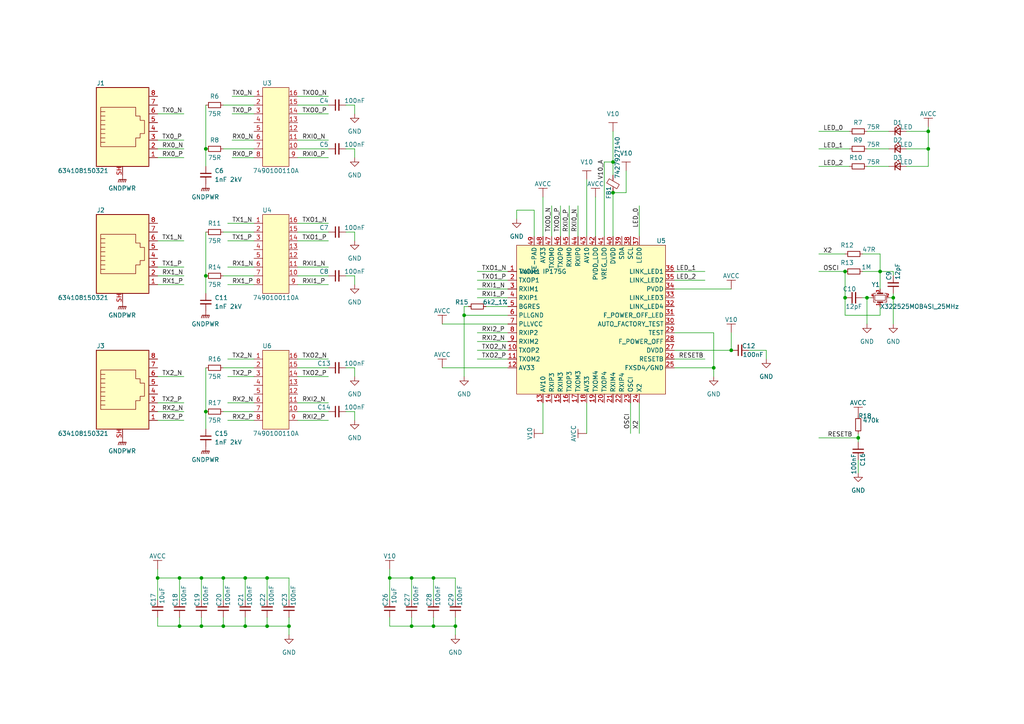
<source format=kicad_sch>
(kicad_sch (version 20230121) (generator eeschema)
  (paper "A4")
  (lib_symbols
    (symbol "CONNECTORS:AVCC" (power) (in_bom no) (on_board no)
      (property "Reference" "#AVCC" (at -1.27 1.27 0))
      (property "Value" "AVCC" (at 0 0 0))
      (symbol "AVCC_0_1"
        (polyline (pts (xy -1.27 0) (xy 1.27 0)))
        (polyline (pts (xy 0 -2.54) (xy 0 0)))
      )
      (symbol "AVCC_1_1"
        (pin power_in line (at 0 -2.54 90) (length 0) hide (name "AVCC") (number "1"))
      )
    )
    (symbol "CONNECTORS:V10" (power) (in_bom no) (on_board no)
      (property "Reference" "#V10" (at -1.27 1.27 0))
      (property "Value" "V10" (at 0 0 0))
      (symbol "V10_0_1"
        (polyline (pts (xy -1.27 0) (xy 1.27 0)))
        (polyline (pts (xy 0 -2.54) (xy 0 0)))
      )
      (symbol "V10_1_1"
        (pin power_in line (at 0 -2.54 90) (length 0) hide (name "V10") (number "1"))
      )
    )
    (symbol "CONNECTORS:V10_A" (power) (in_bom no) (on_board no)
      (property "Value" "V10_A" (at 0 1.27 0))
      (symbol "V10_A_0_1"
        (polyline (pts (xy -1.27 0) (xy 1.27 0)))
        (polyline (pts (xy 0 -2.54) (xy 0 0)))
      )
      (symbol "V10_A_1_1"
        (pin power_in line (at 0 -2.54 90) (length 0) hide (name "V10") (number "1"))
      )
    )
    (symbol "Connector:RJ45_Shielded" (pin_names (offset 1.016))
      (property "Reference" "J" (at -5.08 13.97 0))
      (property "Value" "RJ45_Shielded" (at 2.54 13.97 0))
      (symbol "RJ45_Shielded_0_1"
        (polyline (pts (xy -5.08 4.445) (xy -6.35 4.445)))
        (polyline (pts (xy -5.08 5.715) (xy -6.35 5.715)))
        (polyline (pts (xy -6.35 -3.175) (xy -5.08 -3.175) (xy -5.08 -3.175)))
        (polyline (pts (xy -6.35 -1.905) (xy -5.08 -1.905) (xy -5.08 -1.905)))
        (polyline (pts (xy -6.35 -0.635) (xy -5.08 -0.635) (xy -5.08 -0.635)))
        (polyline (pts (xy -6.35 0.635) (xy -5.08 0.635) (xy -5.08 0.635)))
        (polyline (pts (xy -6.35 1.905) (xy -5.08 1.905) (xy -5.08 1.905)))
        (polyline (pts (xy -5.08 3.175) (xy -6.35 3.175) (xy -6.35 3.175)))
        (polyline (pts (xy -6.35 -4.445) (xy -6.35 6.985) (xy 3.81 6.985) (xy 3.81 4.445) (xy 5.08 4.445) (xy 5.08 3.175) (xy 6.35 3.175) (xy 6.35 -0.635) (xy 5.08 -0.635) (xy 5.08 -1.905) (xy 3.81 -1.905) (xy 3.81 -4.445) (xy -6.35 -4.445) (xy -6.35 -4.445)))
        (rectangle (start 7.62 12.7) (end -7.62 -10.16) (stroke (width 0.254)) (fill (type background)))
      )
      (symbol "RJ45_Shielded_1_1"
        (pin passive line (at 10.16 -7.62 180) (length 2.54) (name "~") (number "1"))
        (pin passive line (at 10.16 -5.08 180) (length 2.54) (name "~") (number "2"))
        (pin passive line (at 10.16 -2.54 180) (length 2.54) (name "~") (number "3"))
        (pin passive line (at 10.16 0 180) (length 2.54) (name "~") (number "4"))
        (pin passive line (at 10.16 2.54 180) (length 2.54) (name "~") (number "5"))
        (pin passive line (at 10.16 5.08 180) (length 2.54) (name "~") (number "6"))
        (pin passive line (at 10.16 7.62 180) (length 2.54) (name "~") (number "7"))
        (pin passive line (at 10.16 10.16 180) (length 2.54) (name "~") (number "8"))
        (pin passive line (at 0 -12.7 90) (length 2.54) (name "~") (number "SH"))
      )
    )
    (symbol "Device:C_Small" (pin_numbers hide) (pin_names (offset 0.254) hide)
      (property "Reference" "C" (at 0.254 1.778 0))
      (property "Value" "C_Small" (at 0.254 -2.032 0))
      (symbol "C_Small_0_1"
        (polyline (pts (xy -1.524 -0.508) (xy 1.524 -0.508)) (stroke (width 0.3302)))
        (polyline (pts (xy -1.524 0.508) (xy 1.524 0.508)) (stroke (width 0.3048)))
      )
      (symbol "C_Small_1_1"
        (pin passive line (at 0 2.54 270) (length 2.032) (name "~") (number "1"))
        (pin passive line (at 0 -2.54 90) (length 2.032) (name "~") (number "2"))
      )
    )
    (symbol "Device:Crystal_GND24_Small" (pin_names (offset 1.016) hide)
      (property "Reference" "Y" (at 1.27 4.445 0))
      (property "Value" "Crystal_GND24_Small" (at 1.27 2.54 0))
      (symbol "Crystal_GND24_Small_0_1"
        (rectangle (start -0.762 -1.524) (end 0.762 1.524))
        (polyline (pts (xy -1.27 -0.762) (xy -1.27 0.762)) (stroke (width 0.381)))
        (polyline (pts (xy 1.27 -0.762) (xy 1.27 0.762)) (stroke (width 0.381)))
        (polyline (pts (xy -1.27 -1.27) (xy -1.27 -1.905) (xy 1.27 -1.905) (xy 1.27 -1.27)))
        (polyline (pts (xy -1.27 1.27) (xy -1.27 1.905) (xy 1.27 1.905) (xy 1.27 1.27)))
      )
      (symbol "Crystal_GND24_Small_1_1"
        (pin passive line (at -2.54 0 0) (length 1.27) (name "1") (number "1"))
        (pin passive line (at 0 -2.54 90) (length 0.635) (name "2") (number "2"))
        (pin passive line (at 2.54 0 180) (length 1.27) (name "3") (number "3"))
        (pin passive line (at 0 2.54 270) (length 0.635) (name "4") (number "4"))
      )
    )
    (symbol "Device:FerriteBead_Small" (pin_numbers hide) (pin_names (offset 0))
      (property "Reference" "FB" (at 1.905 1.27 0))
      (property "Value" "FerriteBead_Small" (at 1.905 -1.27 0))
      (symbol "FerriteBead_Small_0_1"
        (polyline (pts (xy 0 -1.27) (xy 0 -0.7874)))
        (polyline (pts (xy 0 0.889) (xy 0 1.2954)))
        (polyline (pts (xy -1.8288 0.2794) (xy -1.1176 1.4986) (xy 1.8288 -0.2032) (xy 1.1176 -1.4224) (xy -1.8288 0.2794)))
      )
      (symbol "FerriteBead_Small_1_1"
        (pin passive line (at 0 2.54 270) (length 1.27) (name "~") (number "1"))
        (pin passive line (at 0 -2.54 90) (length 1.27) (name "~") (number "2"))
      )
    )
    (symbol "Device:LED_Small" (pin_numbers hide) (pin_names (offset 0.254) hide)
      (property "Reference" "D" (at -1.27 3.175 0))
      (property "Value" "LED_Small" (at -4.445 -2.54 0))
      (symbol "LED_Small_0_1"
        (polyline (pts (xy -0.762 -1.016) (xy -0.762 1.016)) (stroke (width 0.254)))
        (polyline (pts (xy 1.016 0) (xy -0.762 0)))
        (polyline (pts (xy 0.762 -1.016) (xy -0.762 0) (xy 0.762 1.016) (xy 0.762 -1.016)) (stroke (width 0.254)))
        (polyline (pts (xy 0 0.762) (xy -0.508 1.27) (xy -0.254 1.27) (xy -0.508 1.27) (xy -0.508 1.016)))
        (polyline (pts (xy 0.508 1.27) (xy 0 1.778) (xy 0.254 1.778) (xy 0 1.778) (xy 0 1.524)))
      )
      (symbol "LED_Small_1_1"
        (pin passive line (at -2.54 0 0) (length 1.778) (name "K") (number "1"))
        (pin passive line (at 2.54 0 180) (length 1.778) (name "A") (number "2"))
      )
    )
    (symbol "Device:R_Small" (pin_numbers hide) (pin_names (offset 0.254) hide)
      (property "Reference" "R" (at 0.762 0.508 0))
      (property "Value" "R_Small" (at 0.762 -1.016 0))
      (symbol "R_Small_0_1"
        (rectangle (start -0.762 1.778) (end 0.762 -1.778) (stroke (width 0.2032)))
      )
      (symbol "R_Small_1_1"
        (pin passive line (at 0 2.54 270) (length 0.762) (name "~") (number "1"))
        (pin passive line (at 0 -2.54 90) (length 0.762) (name "~") (number "2"))
      )
    )
    (symbol "ICs:IP175G"
      (property "Reference" "U" (at -7.62 8.89 0))
      (symbol "IP175G_1_1"
        (rectangle (start -7.62 7.62) (end 35.56 -35.56) (fill (type background)))
        (pin passive line (at -10.16 0 0) (length 2.54) (name "TXOM1") (number "1"))
        (pin passive line (at -10.16 -22.86 0) (length 2.54) (name "TXOP2") (number "10"))
        (pin passive line (at -10.16 -25.4 0) (length 2.54) (name "TXOM2") (number "11"))
        (pin passive line (at -10.16 -27.94 0) (length 2.54) (name "AV33") (number "12"))
        (pin passive line (at 0 -38.1 90) (length 2.54) (name "AV10") (number "13"))
        (pin passive line (at 2.54 -38.1 90) (length 2.54) (name "RXIP3") (number "14"))
        (pin passive line (at 5.08 -38.1 90) (length 2.54) (name "RXIM3") (number "15"))
        (pin passive line (at 7.62 -38.1 90) (length 2.54) (name "TXOP3") (number "16"))
        (pin passive line (at 10.16 -38.1 90) (length 2.54) (name "TXOM3") (number "17"))
        (pin passive line (at 12.7 -38.1 90) (length 2.54) (name "AV33") (number "18"))
        (pin passive line (at 15.24 -38.1 90) (length 2.54) (name "TXOM4") (number "19"))
        (pin passive line (at -10.16 -2.54 0) (length 2.54) (name "TXOP1") (number "2"))
        (pin passive line (at 17.78 -38.1 90) (length 2.54) (name "TXOP4") (number "20"))
        (pin passive line (at 20.32 -38.1 90) (length 2.54) (name "RXIM4") (number "21"))
        (pin passive line (at 22.86 -38.1 90) (length 2.54) (name "RXIP4") (number "22"))
        (pin passive line (at 25.4 -38.1 90) (length 2.54) (name "OSCI") (number "23"))
        (pin passive line (at 27.94 -38.1 90) (length 2.54) (name "X2") (number "24"))
        (pin passive line (at 38.1 -27.94 180) (length 2.54) (name "FXSD4/GND") (number "25"))
        (pin passive line (at 38.1 -25.4 180) (length 2.54) (name "RESETB") (number "26"))
        (pin passive line (at 38.1 -22.86 180) (length 2.54) (name "DVDD") (number "27"))
        (pin passive line (at 38.1 -20.32 180) (length 2.54) (name "F_POWER_OFF") (number "28"))
        (pin passive line (at 38.1 -17.78 180) (length 2.54) (name "TEST") (number "29"))
        (pin passive line (at -10.16 -5.08 0) (length 2.54) (name "RXIM1") (number "3"))
        (pin passive line (at 38.1 -15.24 180) (length 2.54) (name "AUTO_FACTORY_TEST") (number "30"))
        (pin passive line (at 38.1 -12.7 180) (length 2.54) (name "F_POWER_OFF_LED") (number "31"))
        (pin passive line (at 38.1 -10.16 180) (length 2.54) (name "LINK_LED4") (number "32"))
        (pin passive line (at 38.1 -7.62 180) (length 2.54) (name "LINK_LED3") (number "33"))
        (pin passive line (at 38.1 -5.08 180) (length 2.54) (name "PVDD") (number "34"))
        (pin passive line (at 38.1 -2.54 180) (length 2.54) (name "LINK_LED2") (number "35"))
        (pin passive line (at 38.1 0 180) (length 2.54) (name "LINK_LED1") (number "36"))
        (pin passive line (at 27.94 10.16 270) (length 2.54) (name "LED0") (number "37"))
        (pin passive line (at 25.4 10.16 270) (length 2.54) (name "SCL") (number "38"))
        (pin passive line (at 22.86 10.16 270) (length 2.54) (name "SDA") (number "39"))
        (pin passive line (at -10.16 -7.62 0) (length 2.54) (name "RXIP1") (number "4"))
        (pin passive line (at 20.32 10.16 270) (length 2.54) (name "DVDD") (number "40"))
        (pin passive line (at 17.78 10.16 270) (length 2.54) (name "VREG_LDO") (number "41"))
        (pin passive line (at 15.24 10.16 270) (length 2.54) (name "PVDD_LDO") (number "42"))
        (pin passive line (at 12.7 10.16 270) (length 2.54) (name "AV10") (number "43"))
        (pin passive line (at 10.16 10.16 270) (length 2.54) (name "RXIP0") (number "44"))
        (pin passive line (at 7.62 10.16 270) (length 2.54) (name "RXIM0") (number "45"))
        (pin passive line (at 5.08 10.16 270) (length 2.54) (name "TXOP0") (number "46"))
        (pin passive line (at 2.54 10.16 270) (length 2.54) (name "TXOM0") (number "47"))
        (pin passive line (at 0 10.16 270) (length 2.54) (name "AV33") (number "48"))
        (pin passive line (at -2.54 10.16 270) (length 2.54) (name "E-PAD") (number "49"))
        (pin passive line (at -10.16 -10.16 0) (length 2.54) (name "BGRES") (number "5"))
        (pin passive line (at -10.16 -12.7 0) (length 2.54) (name "PLLGND") (number "6"))
        (pin passive line (at -10.16 -15.24 0) (length 2.54) (name "PLLVCC") (number "7"))
        (pin passive line (at -10.16 -17.78 0) (length 2.54) (name "RXIP2") (number "8"))
        (pin passive line (at -10.16 -20.32 0) (length 2.54) (name "RXIM2") (number "9"))
      )
    )
    (symbol "TRANSFORMERS:7490100110A"
      (property "Reference" "U" (at -1.27 3.81 0))
      (property "Value" "7490100110A" (at 1.27 -21.59 0))
      (symbol "7490100110A_1_1"
        (rectangle (start -2.54 2.54) (end 5.08 -20.32) (fill (type color) (color 255 255 194 1)))
        (pin passive line (at -5.08 0 0) (length 2.54) (name "") (number "1"))
        (pin passive line (at 7.62 -15.24 180) (length 2.54) (name "") (number "10"))
        (pin passive line (at 7.62 -12.7 180) (length 2.54) (name "") (number "11"))
        (pin passive line (at 7.62 -10.16 180) (length 2.54) (name "") (number "12"))
        (pin passive line (at 7.62 -7.62 180) (length 2.54) (name "") (number "13"))
        (pin passive line (at 7.62 -5.08 180) (length 2.54) (name "") (number "14"))
        (pin passive line (at 7.62 -2.54 180) (length 2.54) (name "") (number "15"))
        (pin passive line (at 7.62 0 180) (length 2.54) (name "") (number "16"))
        (pin passive line (at -5.08 -2.54 0) (length 2.54) (name "") (number "2"))
        (pin passive line (at -5.08 -5.08 0) (length 2.54) (name "") (number "3"))
        (pin passive line (at -5.08 -7.62 0) (length 2.54) (name "") (number "4"))
        (pin passive line (at -5.08 -10.16 0) (length 2.54) (name "") (number "5"))
        (pin passive line (at -5.08 -12.7 0) (length 2.54) (name "") (number "6"))
        (pin passive line (at -5.08 -15.24 0) (length 2.54) (name "") (number "7"))
        (pin passive line (at -5.08 -17.78 0) (length 2.54) (name "") (number "8"))
        (pin passive line (at 7.62 -17.78 180) (length 2.54) (name "") (number "9"))
      )
    )
    (symbol "power:GND" (power) (pin_names (offset 0))
      (property "Value" "GND" (at 0 -3.81 0))
      (symbol "GND_0_1"
        (polyline (pts (xy 0 0) (xy 0 -1.27) (xy 1.27 -1.27) (xy 0 -2.54) (xy -1.27 -1.27) (xy 0 -1.27)))
      )
      (symbol "GND_1_1"
        (pin power_in line (at 0 0 270) (length 0) hide (name "GND") (number "1"))
      )
    )
    (symbol "power:GNDPWR" (power) (pin_names (offset 0))
      (property "Value" "GNDPWR" (at 0 -3.302 0))
      (symbol "GNDPWR_0_1"
        (polyline (pts (xy 0 -1.27) (xy 0 0)))
        (polyline (pts (xy -1.016 -1.27) (xy -1.27 -2.032) (xy -1.27 -2.032)) (stroke (width 0.2032)))
        (polyline (pts (xy -0.508 -1.27) (xy -0.762 -2.032) (xy -0.762 -2.032)) (stroke (width 0.2032)))
        (polyline (pts (xy 0 -1.27) (xy -0.254 -2.032) (xy -0.254 -2.032)) (stroke (width 0.2032)))
        (polyline (pts (xy 0.508 -1.27) (xy 0.254 -2.032) (xy 0.254 -2.032)) (stroke (width 0.2032)))
        (polyline (pts (xy 1.016 -1.27) (xy -1.016 -1.27) (xy -1.016 -1.27)) (stroke (width 0.2032)))
        (polyline (pts (xy 1.016 -1.27) (xy 0.762 -2.032) (xy 0.762 -2.032) (xy 0.762 -2.032)) (stroke (width 0.2032)))
      )
      (symbol "GNDPWR_1_1"
        (pin power_in line (at 0 0 270) (length 0) hide (name "GNDPWR") (number "1"))
      )
    )
  )
  (junction (at 248.92 127))
  (junction (at 269.24 43.18))
  (junction (at 212.09 101.6))
  (junction (at 125.73 181.61))
  (junction (at 134.62 91.44))
  (junction (at 259.08 86.36))
  (junction (at 119.38 167.64))
  (junction (at 83.82 181.61))
  (junction (at 59.69 119.38))
  (junction (at 52.07 167.64))
  (junction (at 59.69 43.18))
  (junction (at 207.01 106.68))
  (junction (at 71.12 167.64))
  (junction (at 58.42 167.64))
  (junction (at 177.8 55.88))
  (junction (at 125.73 167.64))
  (junction (at 77.47 167.64))
  (junction (at 64.77 167.64))
  (junction (at 58.42 181.61))
  (junction (at 119.38 181.61))
  (junction (at 269.24 38.1))
  (junction (at 255.27 78.74))
  (junction (at 45.72 167.64))
  (junction (at 59.69 80.01))
  (junction (at 245.11 78.74))
  (junction (at 113.03 167.64))
  (junction (at 64.77 181.61))
  (junction (at 52.07 181.61))
  (junction (at 251.46 86.36))
  (junction (at 177.8 46.99))
  (junction (at 132.08 181.61))
  (junction (at 245.11 86.36))
  (junction (at 77.47 181.61))
  (junction (at 71.12 181.61))
  (wire (pts (xy 52.07 179.07) (xy 52.07 181.61)))
  (wire (pts (xy 125.73 167.64) (xy 125.73 173.99)))
  (wire (pts (xy 45.72 165.1) (xy 45.72 167.64)))
  (wire (pts (xy 195.58 96.52) (xy 207.01 96.52)))
  (wire (pts (xy 251.46 86.36) (xy 252.73 86.36)))
  (wire (pts (xy 222.25 101.6) (xy 222.25 104.14)))
  (wire (pts (xy 71.12 181.61) (xy 77.47 181.61)))
  (wire (pts (xy 212.09 96.52) (xy 212.09 101.6)))
  (wire (pts (xy 170.18 52.07) (xy 170.18 68.58)))
  (wire (pts (xy 165.1 68.58) (xy 165.1 59.69)))
  (wire (pts (xy 237.49 78.74) (xy 245.11 78.74)))
  (wire (pts (xy 269.24 38.1) (xy 262.89 38.1)))
  (wire (pts (xy 255.27 91.44) (xy 255.27 88.9)))
  (wire (pts (xy 167.64 68.58) (xy 167.64 59.69)))
  (wire (pts (xy 66.04 69.85) (xy 73.66 69.85)))
  (wire (pts (xy 86.36 116.84) (xy 95.25 116.84)))
  (wire (pts (xy 207.01 96.52) (xy 207.01 106.68)))
  (wire (pts (xy 170.18 116.84) (xy 170.18 125.73)))
  (wire (pts (xy 86.36 40.64) (xy 95.25 40.64)))
  (wire (pts (xy 248.92 133.35) (xy 248.92 137.16)))
  (wire (pts (xy 257.81 43.18) (xy 251.46 43.18)))
  (wire (pts (xy 45.72 77.47) (xy 53.34 77.47)))
  (wire (pts (xy 102.87 121.92) (xy 102.87 119.38)))
  (wire (pts (xy 113.03 165.1) (xy 113.03 167.64)))
  (wire (pts (xy 59.69 43.18) (xy 59.69 48.26)))
  (wire (pts (xy 113.03 167.64) (xy 113.03 173.99)))
  (wire (pts (xy 259.08 86.36) (xy 259.08 93.98)))
  (wire (pts (xy 64.77 179.07) (xy 64.77 181.61)))
  (wire (pts (xy 66.04 64.77) (xy 73.66 64.77)))
  (wire (pts (xy 138.43 101.6) (xy 147.32 101.6)))
  (wire (pts (xy 86.36 64.77) (xy 95.25 64.77)))
  (wire (pts (xy 77.47 181.61) (xy 83.82 181.61)))
  (wire (pts (xy 83.82 167.64) (xy 83.82 173.99)))
  (wire (pts (xy 86.36 45.72) (xy 95.25 45.72)))
  (wire (pts (xy 86.36 77.47) (xy 95.25 77.47)))
  (wire (pts (xy 67.31 45.72) (xy 73.66 45.72)))
  (wire (pts (xy 262.89 43.18) (xy 269.24 43.18)))
  (wire (pts (xy 119.38 181.61) (xy 125.73 181.61)))
  (wire (pts (xy 45.72 116.84) (xy 53.34 116.84)))
  (wire (pts (xy 195.58 106.68) (xy 207.01 106.68)))
  (wire (pts (xy 125.73 181.61) (xy 132.08 181.61)))
  (wire (pts (xy 195.58 101.6) (xy 212.09 101.6)))
  (wire (pts (xy 259.08 80.01) (xy 259.08 78.74)))
  (wire (pts (xy 86.36 104.14) (xy 95.25 104.14)))
  (wire (pts (xy 45.72 69.85) (xy 53.34 69.85)))
  (wire (pts (xy 86.36 106.68) (xy 95.25 106.68)))
  (wire (pts (xy 182.88 116.84) (xy 182.88 125.73)))
  (wire (pts (xy 125.73 167.64) (xy 132.08 167.64)))
  (wire (pts (xy 67.31 40.64) (xy 73.66 40.64)))
  (wire (pts (xy 45.72 43.18) (xy 53.34 43.18)))
  (wire (pts (xy 77.47 167.64) (xy 83.82 167.64)))
  (wire (pts (xy 177.8 46.99) (xy 177.8 50.8)))
  (wire (pts (xy 237.49 38.1) (xy 246.38 38.1)))
  (wire (pts (xy 86.36 119.38) (xy 95.25 119.38)))
  (wire (pts (xy 132.08 181.61) (xy 132.08 179.07)))
  (wire (pts (xy 45.72 167.64) (xy 52.07 167.64)))
  (wire (pts (xy 195.58 83.82) (xy 212.09 83.82)))
  (wire (pts (xy 217.17 101.6) (xy 222.25 101.6)))
  (wire (pts (xy 59.69 106.68) (xy 59.69 119.38)))
  (wire (pts (xy 45.72 109.22) (xy 53.34 109.22)))
  (wire (pts (xy 52.07 181.61) (xy 58.42 181.61)))
  (wire (pts (xy 64.77 119.38) (xy 73.66 119.38)))
  (wire (pts (xy 250.19 73.66) (xy 255.27 73.66)))
  (wire (pts (xy 257.81 86.36) (xy 259.08 86.36)))
  (wire (pts (xy 245.11 78.74) (xy 245.11 86.36)))
  (wire (pts (xy 86.36 80.01) (xy 95.25 80.01)))
  (wire (pts (xy 204.47 81.28) (xy 195.58 81.28)))
  (wire (pts (xy 245.11 91.44) (xy 255.27 91.44)))
  (wire (pts (xy 138.43 96.52) (xy 147.32 96.52)))
  (wire (pts (xy 66.04 104.14) (xy 73.66 104.14)))
  (wire (pts (xy 45.72 173.99) (xy 45.72 167.64)))
  (wire (pts (xy 245.11 86.36) (xy 245.11 91.44)))
  (wire (pts (xy 67.31 33.02) (xy 73.66 33.02)))
  (wire (pts (xy 134.62 88.9) (xy 134.62 91.44)))
  (wire (pts (xy 86.36 109.22) (xy 95.25 109.22)))
  (wire (pts (xy 195.58 104.14) (xy 204.47 104.14)))
  (wire (pts (xy 113.03 167.64) (xy 119.38 167.64)))
  (wire (pts (xy 86.36 43.18) (xy 95.25 43.18)))
  (wire (pts (xy 177.8 46.99) (xy 175.26 46.99)))
  (wire (pts (xy 185.42 68.58) (xy 185.42 59.69)))
  (wire (pts (xy 207.01 106.68) (xy 207.01 109.22)))
  (wire (pts (xy 128.27 93.98) (xy 147.32 93.98)))
  (wire (pts (xy 102.87 67.31) (xy 100.33 67.31)))
  (wire (pts (xy 119.38 181.61) (xy 119.38 179.07)))
  (wire (pts (xy 45.72 119.38) (xy 53.34 119.38)))
  (wire (pts (xy 248.92 127) (xy 248.92 128.27)))
  (wire (pts (xy 237.49 43.18) (xy 246.38 43.18)))
  (wire (pts (xy 204.47 78.74) (xy 195.58 78.74)))
  (wire (pts (xy 64.77 67.31) (xy 73.66 67.31)))
  (wire (pts (xy 255.27 73.66) (xy 255.27 78.74)))
  (wire (pts (xy 257.81 38.1) (xy 251.46 38.1)))
  (wire (pts (xy 86.36 27.94) (xy 95.25 27.94)))
  (wire (pts (xy 64.77 173.99) (xy 64.77 167.64)))
  (wire (pts (xy 251.46 93.98) (xy 251.46 86.36)))
  (wire (pts (xy 45.72 80.01) (xy 53.34 80.01)))
  (wire (pts (xy 259.08 85.09) (xy 259.08 86.36)))
  (wire (pts (xy 66.04 116.84) (xy 73.66 116.84)))
  (wire (pts (xy 134.62 109.22) (xy 134.62 91.44)))
  (wire (pts (xy 125.73 181.61) (xy 125.73 179.07)))
  (wire (pts (xy 102.87 30.48) (xy 100.33 30.48)))
  (wire (pts (xy 58.42 167.64) (xy 58.42 173.99)))
  (wire (pts (xy 102.87 106.68) (xy 100.33 106.68)))
  (wire (pts (xy 138.43 83.82) (xy 147.32 83.82)))
  (wire (pts (xy 45.72 121.92) (xy 53.34 121.92)))
  (wire (pts (xy 102.87 82.55) (xy 102.87 80.01)))
  (wire (pts (xy 185.42 116.84) (xy 185.42 125.73)))
  (wire (pts (xy 71.12 167.64) (xy 64.77 167.64)))
  (wire (pts (xy 52.07 173.99) (xy 52.07 167.64)))
  (wire (pts (xy 86.36 82.55) (xy 95.25 82.55)))
  (wire (pts (xy 113.03 181.61) (xy 113.03 179.07)))
  (wire (pts (xy 113.03 181.61) (xy 119.38 181.61)))
  (wire (pts (xy 138.43 78.74) (xy 147.32 78.74)))
  (wire (pts (xy 138.43 99.06) (xy 147.32 99.06)))
  (wire (pts (xy 59.69 119.38) (xy 59.69 124.46)))
  (wire (pts (xy 119.38 167.64) (xy 125.73 167.64)))
  (wire (pts (xy 45.72 33.02) (xy 53.34 33.02)))
  (wire (pts (xy 45.72 45.72) (xy 53.34 45.72)))
  (wire (pts (xy 257.81 48.26) (xy 251.46 48.26)))
  (wire (pts (xy 154.94 60.96) (xy 154.94 68.58)))
  (wire (pts (xy 259.08 78.74) (xy 255.27 78.74)))
  (wire (pts (xy 132.08 181.61) (xy 132.08 184.15)))
  (wire (pts (xy 59.69 67.31) (xy 59.69 80.01)))
  (wire (pts (xy 64.77 167.64) (xy 58.42 167.64)))
  (wire (pts (xy 138.43 104.14) (xy 147.32 104.14)))
  (wire (pts (xy 140.97 88.9) (xy 147.32 88.9)))
  (wire (pts (xy 250.19 86.36) (xy 251.46 86.36)))
  (wire (pts (xy 59.69 80.01) (xy 59.69 85.09)))
  (wire (pts (xy 134.62 91.44) (xy 147.32 91.44)))
  (wire (pts (xy 64.77 80.01) (xy 73.66 80.01)))
  (wire (pts (xy 172.72 57.15) (xy 172.72 68.58)))
  (wire (pts (xy 86.36 30.48) (xy 95.25 30.48)))
  (wire (pts (xy 177.8 55.88) (xy 177.8 68.58)))
  (wire (pts (xy 132.08 167.64) (xy 132.08 173.99)))
  (wire (pts (xy 160.02 68.58) (xy 160.02 59.69)))
  (wire (pts (xy 162.56 68.58) (xy 162.56 59.69)))
  (wire (pts (xy 45.72 181.61) (xy 52.07 181.61)))
  (wire (pts (xy 269.24 43.18) (xy 269.24 38.1)))
  (wire (pts (xy 71.12 179.07) (xy 71.12 181.61)))
  (wire (pts (xy 86.36 121.92) (xy 95.25 121.92)))
  (wire (pts (xy 52.07 167.64) (xy 58.42 167.64)))
  (wire (pts (xy 45.72 82.55) (xy 53.34 82.55)))
  (wire (pts (xy 237.49 48.26) (xy 246.38 48.26)))
  (wire (pts (xy 157.48 57.15) (xy 157.48 68.58)))
  (wire (pts (xy 59.69 30.48) (xy 59.69 43.18)))
  (wire (pts (xy 177.8 38.1) (xy 177.8 46.99)))
  (wire (pts (xy 269.24 36.83) (xy 269.24 38.1)))
  (wire (pts (xy 58.42 181.61) (xy 58.42 179.07)))
  (wire (pts (xy 45.72 40.64) (xy 53.34 40.64)))
  (wire (pts (xy 66.04 121.92) (xy 73.66 121.92)))
  (wire (pts (xy 71.12 173.99) (xy 71.12 167.64)))
  (wire (pts (xy 262.89 48.26) (xy 269.24 48.26)))
  (wire (pts (xy 181.61 49.53) (xy 181.61 55.88)))
  (wire (pts (xy 102.87 33.02) (xy 102.87 30.48)))
  (wire (pts (xy 77.47 167.64) (xy 77.47 173.99)))
  (wire (pts (xy 237.49 73.66) (xy 245.11 73.66)))
  (wire (pts (xy 71.12 167.64) (xy 77.47 167.64)))
  (wire (pts (xy 64.77 30.48) (xy 73.66 30.48)))
  (wire (pts (xy 102.87 45.72) (xy 102.87 43.18)))
  (wire (pts (xy 83.82 181.61) (xy 83.82 184.15)))
  (wire (pts (xy 86.36 69.85) (xy 95.25 69.85)))
  (wire (pts (xy 86.36 67.31) (xy 95.25 67.31)))
  (wire (pts (xy 64.77 106.68) (xy 73.66 106.68)))
  (wire (pts (xy 66.04 109.22) (xy 73.66 109.22)))
  (wire (pts (xy 102.87 80.01) (xy 100.33 80.01)))
  (wire (pts (xy 102.87 119.38) (xy 100.33 119.38)))
  (wire (pts (xy 66.04 82.55) (xy 73.66 82.55)))
  (wire (pts (xy 255.27 78.74) (xy 255.27 83.82)))
  (wire (pts (xy 269.24 48.26) (xy 269.24 43.18)))
  (wire (pts (xy 149.86 63.5) (xy 149.86 60.96)))
  (wire (pts (xy 83.82 179.07) (xy 83.82 181.61)))
  (wire (pts (xy 250.19 78.74) (xy 255.27 78.74)))
  (wire (pts (xy 181.61 55.88) (xy 177.8 55.88)))
  (wire (pts (xy 64.77 43.18) (xy 73.66 43.18)))
  (wire (pts (xy 248.92 125.73) (xy 248.92 127)))
  (wire (pts (xy 138.43 86.36) (xy 147.32 86.36)))
  (wire (pts (xy 67.31 27.94) (xy 73.66 27.94)))
  (wire (pts (xy 135.89 88.9) (xy 134.62 88.9)))
  (wire (pts (xy 157.48 116.84) (xy 157.48 125.73)))
  (wire (pts (xy 77.47 181.61) (xy 77.47 179.07)))
  (wire (pts (xy 102.87 109.22) (xy 102.87 106.68)))
  (wire (pts (xy 66.04 77.47) (xy 73.66 77.47)))
  (wire (pts (xy 237.49 127) (xy 248.92 127)))
  (wire (pts (xy 119.38 167.64) (xy 119.38 173.99)))
  (wire (pts (xy 71.12 181.61) (xy 64.77 181.61)))
  (wire (pts (xy 102.87 43.18) (xy 100.33 43.18)))
  (wire (pts (xy 45.72 179.07) (xy 45.72 181.61)))
  (wire (pts (xy 64.77 181.61) (xy 58.42 181.61)))
  (wire (pts (xy 86.36 33.02) (xy 95.25 33.02)))
  (wire (pts (xy 138.43 81.28) (xy 147.32 81.28)))
  (wire (pts (xy 175.26 46.99) (xy 175.26 68.58)))
  (wire (pts (xy 149.86 60.96) (xy 154.94 60.96)))
  (wire (pts (xy 128.27 106.68) (xy 147.32 106.68)))
  (wire (pts (xy 102.87 69.85) (xy 102.87 67.31)))
  (label "TX0_P" (at 46.99 40.64 0))
  (label "RXI0_P" (at 165.1 67.31 90))
  (label "TXO2_P" (at 139.7 104.14 0))
  (label "RX1_P" (at 67.31 82.55 0))
  (label "RXI1_N" (at 139.7 83.82 0))
  (label "TX0_N" (at 46.99 33.02 0))
  (label "RXI1_P" (at 139.7 86.36 0))
  (label "LED_0" (at 238.76 38.1 0))
  (label "TX2_P" (at 46.99 116.84 0))
  (label "RX1_N" (at 67.31 77.47 0))
  (label "RXI2_N" (at 139.7 99.06 0))
  (label "RX0_N" (at 46.99 43.18 0))
  (label "LED_2" (at 238.76 48.26 0))
  (label "RXI2_P" (at 139.7 96.52 0))
  (label "RX2_P" (at 46.99 121.92 0))
  (label "RESETB" (at 240.03 127 0))
  (label "TXO1_P" (at 139.7 81.28 0))
  (label "LED_1" (at 201.93 78.74 180))
  (label "TX2_N" (at 67.31 104.14 0))
  (label "TXO0_P" (at 162.56 67.31 90))
  (label "TXO2_N" (at 87.63 104.14 0))
  (label "X2" (at 238.76 73.66 0))
  (label "TXO1_N" (at 139.7 78.74 0))
  (label "TXO1_N" (at 87.63 64.77 0))
  (label "TX1_P" (at 46.99 77.47 0))
  (label "V10_A" (at 175.26 52.07 90))
  (label "TX2_N" (at 46.99 109.22 0))
  (label "TXO2_N" (at 139.7 101.6 0))
  (label "RXI2_N" (at 87.63 116.84 0))
  (label "TX2_P" (at 67.31 109.22 0))
  (label "TX1_N" (at 46.99 69.85 0))
  (label "RX2_P" (at 67.31 121.92 0))
  (label "RXI0_N" (at 87.63 40.64 0))
  (label "RX0_P" (at 67.31 45.72 0))
  (label "TXO0_N" (at 87.63 27.94 0))
  (label "RX2_N" (at 46.99 119.38 0))
  (label "TX0_P" (at 67.31 33.02 0))
  (label "RX2_N" (at 67.31 116.84 0))
  (label "RESETB" (at 196.85 104.14 0))
  (label "RXI0_N" (at 167.64 67.31 90))
  (label "TX1_N" (at 67.31 64.77 0))
  (label "TXO0_P" (at 87.63 33.02 0))
  (label "TX0_N" (at 67.31 27.94 0))
  (label "TXO1_P" (at 87.63 69.85 0))
  (label "TX1_P" (at 67.31 69.85 0))
  (label "RX1_N" (at 46.99 80.01 0))
  (label "RXI0_P" (at 87.63 45.72 0))
  (label "OSCI" (at 182.88 124.46 90))
  (label "RX1_P" (at 46.99 82.55 0))
  (label "OSCI" (at 238.76 78.74 0))
  (label "RXI1_N" (at 87.63 77.47 0))
  (label "LED_1" (at 238.76 43.18 0))
  (label "RXI2_P" (at 87.63 121.92 0))
  (label "X2" (at 185.42 124.46 90))
  (label "LED_2" (at 201.93 81.28 180))
  (label "TXO0_N" (at 160.02 67.31 90))
  (label "RXI1_P" (at 87.63 82.55 0))
  (label "TXO2_P" (at 87.63 109.22 0))
  (label "LED_0" (at 185.42 66.04 90))
  (label "RX0_P" (at 46.99 45.72 0))
  (label "RX0_N" (at 67.31 40.64 0))
  (symbol (lib_id "power:GND") (at 83.82 184.15 0) (unit 1)
    (property "Reference" "#PWR027" (effects hide))
    (property "Value" "GND" (at 83.82 189.23 0))
  )
  (symbol (lib_id "CONNECTORS:AVCC") (at 248.92 118.11 0) (unit 1) (in_bom no) (on_board no)
    (property "Reference" "#AVCC08" (effects hide))
    (property "Value" "AVCC" (at 248.92 116.84 0))
  )
  (symbol (lib_id "CONNECTORS:V10_A") (at 154.94 125.73 90) (unit 1) (in_bom no) (on_board no)
    (property "Reference" "#V10_A04" (effects hide))
    (property "Value" "V10_A" (at 153.67 125.73 0))
  )
  (symbol (lib_id "power:GND") (at 102.87 69.85 0) (unit 1)
    (property "Reference" "#PWR020" (effects hide))
    (property "Value" "GND" (at 102.87 74.93 0))
  )
  (symbol (lib_id "CONNECTORS:AVCC") (at 157.48 54.61 0) (unit 1) (in_bom no) (on_board no)
    (property "Reference" "#AVCC06" (effects hide))
    (property "Value" "AVCC" (at 157.48 53.34 0))
  )
  (symbol (lib_id "Device:C_Small") (at 125.73 176.53 180) (unit 1)
    (property "Reference" "C28" (at 124.46 173.99 90))
    (property "Value" "100nF" (at 127 172.72 90))
    (property "Footprint" "Capacitor_SMD:C_0402_1005Metric" (effects hide))
  )
  (symbol (lib_id "Device:C_Small") (at 259.08 82.55 180) (unit 1)
    (property "Reference" "C9" (at 257.81 80.01 90))
    (property "Value" "12pF" (at 260.35 78.74 90))
    (property "Footprint" "Capacitor_SMD:C_0402_1005Metric" (effects hide))
  )
  (symbol (lib_id "Device:C_Small") (at 59.69 127 0) (unit 1)
    (property "Reference" "C15" (at 62.23 125.7363 0) (effects (justify left)))
    (property "Value" "1nF 2kV" (at 62.23 128.2763 0) (effects (justify left)))
    (property "Footprint" "Capacitor_SMD:C_1206_3216Metric" (effects hide))
  )
  (symbol (lib_id "CONNECTORS:V10") (at 212.09 93.98 0) (unit 1) (in_bom no) (on_board no)
    (property "Reference" "#V02" (effects hide))
    (property "Value" "V10" (at 212.09 92.71 0))
  )
  (symbol (lib_id "Device:C_Small") (at 59.69 50.8 0) (unit 1)
    (property "Reference" "C6" (at 62.23 49.5363 0) (effects (justify left)))
    (property "Value" "1nF 2kV" (at 62.23 52.0763 0) (effects (justify left)))
    (property "Footprint" "Capacitor_SMD:C_1206_3216Metric" (effects hide))
  )
  (symbol (lib_id "Device:C_Small") (at 97.79 119.38 90) (unit 1)
    (property "Reference" "C14" (at 93.98 118.11 90))
    (property "Value" "100nF" (at 102.87 118.11 90))
    (property "Footprint" "Capacitor_SMD:C_0402_1005Metric" (effects hide))
  )
  (symbol (lib_id "TRANSFORMERS:7490100110A") (at 78.74 27.94 0) (unit 1)
    (property "Reference" "U3" (at 77.47 24.13 0))
    (property "Value" "7490100110A" (at 80.01 49.53 0))
    (property "Footprint" "TRANSFORMERS:7490100110A" (effects hide))
  )
  (symbol (lib_id "Device:R_Small") (at 62.23 30.48 90) (unit 1)
    (property "Reference" "R6" (at 62.23 27.94 90))
    (property "Value" "75R" (at 62.23 33.02 90))
    (property "Footprint" "Resistor_SMD:R_0603_1608Metric" (effects hide))
  )
  (symbol (lib_id "power:GND") (at 102.87 33.02 0) (unit 1)
    (property "Reference" "#PWR018" (effects hide))
    (property "Value" "GND" (at 102.87 38.1 0))
  )
  (symbol (lib_id "Device:C_Small") (at 97.79 80.01 90) (unit 1)
    (property "Reference" "C8" (at 93.98 78.74 90))
    (property "Value" "100nF" (at 102.87 78.74 90))
    (property "Footprint" "Capacitor_SMD:C_0402_1005Metric" (effects hide))
  )
  (symbol (lib_id "Device:R_Small") (at 62.23 67.31 90) (unit 1)
    (property "Reference" "R11" (at 62.23 64.77 90))
    (property "Value" "75R" (at 62.23 69.85 90))
    (property "Footprint" "Resistor_SMD:R_0603_1608Metric" (effects hide))
  )
  (symbol (lib_id "Device:R_Small") (at 247.65 78.74 90) (unit 1)
    (property "Reference" "R13" (at 247.65 76.2 90) (effects (justify left)))
    (property "Value" "1M" (at 252.73 77.47 90) (effects (justify left)))
    (property "Footprint" "Resistor_SMD:R_0603_1608Metric" (effects hide))
  )
  (symbol (lib_id "power:GND") (at 149.86 63.5 0) (unit 1)
    (property "Reference" "#PWR031" (effects hide))
    (property "Value" "GND" (at 149.86 68.58 0))
  )
  (symbol (lib_id "power:GNDPWR") (at 35.56 87.63 0) (unit 1)
    (property "Reference" "#PWR014" (effects hide))
    (property "Value" "GNDPWR" (at 35.433 91.44 0))
  )
  (symbol (lib_id "Device:LED_Small") (at 260.35 48.26 0) (unit 1)
    (property "Reference" "D3" (at 260.35 45.72 0))
    (property "Value" "LED" (at 262.89 46.99 0))
    (property "Footprint" "LED_SMD:LED_0603_1608Metric" (effects hide))
  )
  (symbol (lib_id "CONNECTORS:AVCC") (at 128.27 104.14 0) (unit 1) (in_bom no) (on_board no)
    (property "Reference" "#AVCC03" (effects hide))
    (property "Value" "AVCC" (at 128.27 102.87 0))
  )
  (symbol (lib_id "CONNECTORS:AVCC") (at 269.24 34.29 0) (unit 1) (in_bom no) (on_board no)
    (property "Reference" "#AVCC09" (effects hide))
    (property "Value" "AVCC" (at 269.24 33.02 0))
  )
  (symbol (lib_id "Connector:RJ45_Shielded") (at 35.56 74.93 0) (unit 1)
    (property "Reference" "J2" (at 29.21 60.96 0))
    (property "Value" "634108150321" (at 24.13 86.36 0))
    (property "Footprint" "CONNECTORS:634108150321_RJ45" (effects hide))
  )
  (symbol (lib_id "power:GND") (at 102.87 82.55 0) (unit 1)
    (property "Reference" "#PWR021" (effects hide))
    (property "Value" "GND" (at 102.87 87.63 0))
  )
  (symbol (lib_id "CONNECTORS:AVCC") (at 172.72 54.61 0) (unit 1) (in_bom no) (on_board no)
    (property "Reference" "#AVCC07" (effects hide))
    (property "Value" "AVCC" (at 172.72 53.34 0))
  )
  (symbol (lib_id "Device:R_Small") (at 62.23 106.68 90) (unit 1)
    (property "Reference" "R16" (at 62.23 104.14 90))
    (property "Value" "75R" (at 62.23 109.22 90))
    (property "Footprint" "Resistor_SMD:R_0603_1608Metric" (effects hide))
  )
  (symbol (lib_id "Device:C_Small") (at 97.79 106.68 90) (unit 1)
    (property "Reference" "C13" (at 93.98 105.41 90))
    (property "Value" "100nF" (at 102.87 105.41 90))
    (property "Footprint" "Capacitor_SMD:C_0402_1005Metric" (effects hide))
  )
  (symbol (lib_id "power:GND") (at 207.01 109.22 0) (unit 1)
    (property "Reference" "#PWR032" (effects hide))
    (property "Value" "GND" (at 207.01 114.3 0))
  )
  (symbol (lib_id "power:GND") (at 102.87 45.72 0) (unit 1)
    (property "Reference" "#PWR019" (effects hide))
    (property "Value" "GND" (at 102.87 50.8 0))
  )
  (symbol (lib_id "CONNECTORS:V10_A") (at 170.18 49.53 0) (unit 1) (in_bom no) (on_board no)
    (property "Reference" "#V10_A02" (effects hide))
    (property "Value" "V10_A" (at 170.18 46.99 0))
  )
  (symbol (lib_id "Device:C_Small") (at 64.77 176.53 180) (unit 1)
    (property "Reference" "C20" (at 63.5 173.99 90))
    (property "Value" "100nF" (at 66.04 172.72 90))
    (property "Footprint" "Capacitor_SMD:C_0402_1005Metric" (effects hide))
  )
  (symbol (lib_id "TRANSFORMERS:7490100110A") (at 78.74 64.77 0) (unit 1)
    (property "Reference" "U4" (at 77.47 60.96 0))
    (property "Value" "7490100110A" (at 80.01 86.36 0))
    (property "Footprint" "TRANSFORMERS:7490100110A" (effects hide))
  )
  (symbol (lib_id "Device:C_Small") (at 58.42 176.53 180) (unit 1)
    (property "Reference" "C19" (at 57.15 173.99 90))
    (property "Value" "100nF" (at 59.69 172.72 90))
    (property "Footprint" "Capacitor_SMD:C_0402_1005Metric" (effects hide))
  )
  (symbol (lib_id "TRANSFORMERS:7490100110A") (at 78.74 104.14 0) (unit 1)
    (property "Reference" "U6" (at 77.47 100.33 0))
    (property "Value" "7490100110A" (at 80.01 125.73 0))
    (property "Footprint" "TRANSFORMERS:7490100110A" (effects hide))
  )
  (symbol (lib_id "CONNECTORS:V10") (at 181.61 46.99 0) (unit 1) (in_bom no) (on_board no)
    (property "Reference" "#V01" (effects hide))
    (property "Value" "V10" (at 181.61 44.45 0))
  )
  (symbol (lib_id "CONNECTORS:AVCC") (at 45.72 162.56 0) (unit 1) (in_bom no) (on_board no)
    (property "Reference" "#AVCC01" (effects hide))
    (property "Value" "AVCC" (at 45.72 161.29 0))
  )
  (symbol (lib_id "Device:R_Small") (at 62.23 80.01 90) (unit 1)
    (property "Reference" "R14" (at 62.23 77.47 90))
    (property "Value" "75R" (at 62.23 82.55 90))
    (property "Footprint" "Resistor_SMD:R_0603_1608Metric" (effects hide))
  )
  (symbol (lib_id "Device:R_Small") (at 248.92 43.18 90) (unit 1)
    (property "Reference" "R9" (at 250.19 40.64 90) (effects (justify left)))
    (property "Value" "75R" (at 255.27 41.91 90) (effects (justify left)))
    (property "Footprint" "Resistor_SMD:R_0603_1608Metric" (effects hide))
  )
  (symbol (lib_id "Device:C_Small") (at 119.38 176.53 180) (unit 1)
    (property "Reference" "C27" (at 118.11 173.99 90))
    (property "Value" "100nF" (at 120.65 172.72 90))
    (property "Footprint" "Capacitor_SMD:C_0402_1005Metric" (effects hide))
  )
  (symbol (lib_id "Device:C_Small") (at 52.07 176.53 180) (unit 1)
    (property "Reference" "C18" (at 50.8 173.99 90))
    (property "Value" "100nF" (at 53.34 172.72 90))
    (property "Footprint" "Capacitor_SMD:C_0402_1005Metric" (effects hide))
  )
  (symbol (lib_id "power:GNDPWR") (at 59.69 53.34 0) (unit 1)
    (property "Reference" "#PWR017" (effects hide))
    (property "Value" "GNDPWR" (at 59.563 57.15 0))
  )
  (symbol (lib_id "power:GND") (at 222.25 104.14 0) (unit 1)
    (property "Reference" "#PWR026" (effects hide))
    (property "Value" "GND" (at 222.25 109.22 0))
  )
  (symbol (lib_id "Device:Crystal_GND24_Small") (at 255.27 86.36 90) (unit 1)
    (property "Reference" "Y1" (at 254 82.55 90))
    (property "Value" "X322525MOB4SI_25MHz" (at 266.7 88.9 90))
    (property "Footprint" "CRYSTALL:ECS327TXO33TR" (effects hide))
  )
  (symbol (lib_id "Device:LED_Small") (at 260.35 38.1 0) (unit 1)
    (property "Reference" "D1" (at 260.35 35.56 0))
    (property "Value" "LED" (at 262.89 36.83 0))
    (property "Footprint" "LED_SMD:LED_0603_1608Metric" (effects hide))
  )
  (symbol (lib_id "Device:R_Small") (at 248.92 38.1 90) (unit 1)
    (property "Reference" "R7" (at 250.19 35.56 90) (effects (justify left)))
    (property "Value" "75R" (at 255.27 36.83 90) (effects (justify left)))
    (property "Footprint" "Resistor_SMD:R_0603_1608Metric" (effects hide))
  )
  (symbol (lib_id "power:GNDPWR") (at 59.69 90.17 0) (unit 1)
    (property "Reference" "#PWR022" (effects hide))
    (property "Value" "GNDPWR" (at 59.563 93.98 0))
  )
  (symbol (lib_id "CONNECTORS:AVCC") (at 212.09 81.28 0) (unit 1) (in_bom no) (on_board no)
    (property "Reference" "#AVCC05" (effects hide))
    (property "Value" "AVCC" (at 212.09 80.01 0))
  )
  (symbol (lib_id "CONNECTORS:AVCC") (at 167.64 125.73 90) (unit 1) (in_bom no) (on_board no)
    (property "Reference" "#AVCC04" (effects hide))
    (property "Value" "AVCC" (at 166.37 125.73 0))
  )
  (symbol (lib_id "Device:C_Small") (at 248.92 130.81 0) (unit 1)
    (property "Reference" "C16" (at 250.19 133.35 90))
    (property "Value" "100nF" (at 247.65 134.62 90))
    (property "Footprint" "Capacitor_SMD:C_0402_1005Metric" (effects hide))
  )
  (symbol (lib_id "Device:C_Small") (at 97.79 30.48 90) (unit 1)
    (property "Reference" "C4" (at 93.98 29.21 90))
    (property "Value" "100nF" (at 102.87 29.21 90))
    (property "Footprint" "Capacitor_SMD:C_0402_1005Metric" (effects hide))
  )
  (symbol (lib_id "Device:R_Small") (at 62.23 119.38 90) (unit 1)
    (property "Reference" "R17" (at 62.23 116.84 90))
    (property "Value" "75R" (at 62.23 121.92 90))
    (property "Footprint" "Resistor_SMD:R_0603_1608Metric" (effects hide))
  )
  (symbol (lib_id "power:GNDPWR") (at 59.69 129.54 0) (unit 1)
    (property "Reference" "#PWR025" (effects hide))
    (property "Value" "GNDPWR" (at 59.563 133.35 0))
  )
  (symbol (lib_id "Device:R_Small") (at 62.23 43.18 90) (unit 1)
    (property "Reference" "R8" (at 62.23 40.64 90))
    (property "Value" "75R" (at 62.23 45.72 90))
    (property "Footprint" "Resistor_SMD:R_0603_1608Metric" (effects hide))
  )
  (symbol (lib_id "CONNECTORS:AVCC") (at 128.27 91.44 0) (unit 1) (in_bom no) (on_board no)
    (property "Reference" "#AVCC02" (effects hide))
    (property "Value" "AVCC" (at 128.27 90.17 0))
  )
  (symbol (lib_id "Device:C_Small") (at 45.72 176.53 180) (unit 1)
    (property "Reference" "C17" (at 44.45 173.99 90))
    (property "Value" "10uF" (at 46.99 172.72 90))
    (property "Footprint" "Capacitor_SMD:C_0603_1608Metric" (effects hide))
  )
  (symbol (lib_id "Device:FerriteBead_Small") (at 177.8 53.34 0) (unit 1)
    (property "Reference" "FB1" (at 176.53 55.88 90))
    (property "Value" "7427927140" (at 179.07 45.72 90))
    (property "Footprint" "Capacitor_SMD:C_0402_1005Metric" (effects hide))
  )
  (symbol (lib_id "Device:C_Small") (at 214.63 101.6 90) (unit 1)
    (property "Reference" "C12" (at 217.17 100.33 90))
    (property "Value" "100nF" (at 218.44 102.87 90))
    (property "Footprint" "Capacitor_SMD:C_0402_1005Metric" (effects hide))
  )
  (symbol (lib_id "power:GND") (at 248.92 137.16 0) (unit 1)
    (property "Reference" "#PWR034" (effects hide))
    (property "Value" "GND" (at 248.92 142.24 0))
  )
  (symbol (lib_id "Device:C_Small") (at 77.47 176.53 180) (unit 1)
    (property "Reference" "C22" (at 76.2 173.99 90))
    (property "Value" "100nF" (at 78.74 172.72 90))
    (property "Footprint" "Capacitor_SMD:C_0402_1005Metric" (effects hide))
  )
  (symbol (lib_id "power:GND") (at 102.87 109.22 0) (unit 1)
    (property "Reference" "#PWR015" (effects hide))
    (property "Value" "GND" (at 102.87 114.3 0))
  )
  (symbol (lib_id "Device:C_Small") (at 97.79 43.18 90) (unit 1)
    (property "Reference" "C5" (at 93.98 41.91 90))
    (property "Value" "100nF" (at 102.87 41.91 90))
    (property "Footprint" "Capacitor_SMD:C_0402_1005Metric" (effects hide))
  )
  (symbol (lib_id "power:GND") (at 259.08 93.98 0) (unit 1)
    (property "Reference" "#PWR029" (effects hide))
    (property "Value" "GND" (at 259.08 99.06 0))
  )
  (symbol (lib_id "Device:R_Small") (at 248.92 123.19 0) (unit 1)
    (property "Reference" "R18" (at 248.92 120.65 0) (effects (justify left)))
    (property "Value" "470k" (at 250.19 121.92 0) (effects (justify left)))
    (property "Footprint" "Resistor_SMD:R_0603_1608Metric" (effects hide))
  )
  (symbol (lib_id "Device:R_Small") (at 138.43 88.9 90) (unit 1)
    (property "Reference" "R15" (at 135.89 87.63 90) (effects (justify left)))
    (property "Value" "6k2_1%" (at 147.32 87.63 90) (effects (justify left)))
    (property "Footprint" "Resistor_SMD:R_0603_1608Metric" (effects hide))
  )
  (symbol (lib_id "Device:C_Small") (at 247.65 86.36 90) (unit 1)
    (property "Reference" "C10" (at 246.38 83.82 90))
    (property "Value" "12pF" (at 247.65 88.9 90))
    (property "Footprint" "Capacitor_SMD:C_0402_1005Metric" (effects hide))
  )
  (symbol (lib_id "ICs:IP175G") (at 157.48 78.74 0) (unit 1)
    (property "Reference" "U5" (at 191.77 69.85 0))
    (property "Value" "IP175G" (at 157.48 78.74 0) (show_name))
    (property "Footprint" "ICs:QFN40P600X600X90-49N-D" (effects hide))
  )
  (symbol (lib_id "Device:C_Small") (at 83.82 176.53 180) (unit 1)
    (property "Reference" "C23" (at 82.55 173.99 90))
    (property "Value" "100nF" (at 85.09 172.72 90))
    (property "Footprint" "Capacitor_SMD:C_0402_1005Metric" (effects hide))
  )
  (symbol (lib_id "Device:C_Small") (at 97.79 67.31 90) (unit 1)
    (property "Reference" "C7" (at 93.98 66.04 90))
    (property "Value" "100nF" (at 102.87 66.04 90))
    (property "Footprint" "Capacitor_SMD:C_0402_1005Metric" (effects hide))
  )
  (symbol (lib_id "Device:R_Small") (at 248.92 48.26 90) (unit 1)
    (property "Reference" "R10" (at 250.19 45.72 90) (effects (justify left)))
    (property "Value" "75R" (at 255.27 46.99 90) (effects (justify left)))
    (property "Footprint" "Resistor_SMD:R_0603_1608Metric" (effects hide))
  )
  (symbol (lib_id "CONNECTORS:V10_A") (at 113.03 162.56 0) (unit 1) (in_bom no) (on_board no)
    (property "Reference" "#V10_A01" (effects hide))
    (property "Value" "V10_A" (at 113.03 161.29 0))
  )
  (symbol (lib_id "power:GND") (at 132.08 184.15 0) (unit 1)
    (property "Reference" "#PWR030" (effects hide))
    (property "Value" "GND" (at 132.08 189.23 0))
  )
  (symbol (lib_id "Device:C_Small") (at 132.08 176.53 180) (unit 1)
    (property "Reference" "C29" (at 130.81 173.99 90))
    (property "Value" "100nF" (at 133.35 172.72 90))
    (property "Footprint" "Capacitor_SMD:C_0402_1005Metric" (effects hide))
  )
  (symbol (lib_id "Device:LED_Small") (at 260.35 43.18 0) (unit 1)
    (property "Reference" "D2" (at 260.35 40.64 0))
    (property "Value" "LED" (at 262.89 41.91 0))
    (property "Footprint" "LED_SMD:LED_0603_1608Metric" (effects hide))
  )
  (symbol (lib_id "power:GNDPWR") (at 35.56 50.8 0) (unit 1)
    (property "Reference" "#PWR016" (effects hide))
    (property "Value" "GNDPWR" (at 35.433 54.61 0))
  )
  (symbol (lib_id "power:GND") (at 251.46 93.98 0) (unit 1)
    (property "Reference" "#PWR028" (effects hide))
    (property "Value" "GND" (at 251.46 99.06 0))
  )
  (symbol (lib_id "Connector:RJ45_Shielded") (at 35.56 38.1 0) (unit 1)
    (property "Reference" "J1" (at 29.21 24.13 0))
    (property "Value" "634108150321" (at 24.13 49.53 0))
    (property "Footprint" "CONNECTORS:634108150321_RJ45" (effects hide))
  )
  (symbol (lib_id "Device:C_Small") (at 59.69 87.63 0) (unit 1)
    (property "Reference" "C11" (at 62.23 86.3663 0) (effects (justify left)))
    (property "Value" "1nF 2kV" (at 62.23 88.9063 0) (effects (justify left)))
    (property "Footprint" "Capacitor_SMD:C_1206_3216Metric" (effects hide))
  )
  (symbol (lib_id "Device:R_Small") (at 247.65 73.66 90) (unit 1)
    (property "Reference" "R12" (at 247.65 71.12 90) (effects (justify left)))
    (property "Value" "47R" (at 254 72.39 90) (effects (justify left)))
    (property "Footprint" "Resistor_SMD:R_0603_1608Metric" (effects hide))
  )
  (symbol (lib_id "CONNECTORS:V10_A") (at 177.8 35.56 0) (unit 1) (in_bom no) (on_board no)
    (property "Reference" "#V10_A05" (effects hide))
    (property "Value" "V10_A" (at 177.8 33.02 0))
  )
  (symbol (lib_id "Device:C_Small") (at 113.03 176.53 180) (unit 1)
    (property "Reference" "C26" (at 111.76 173.99 90))
    (property "Value" "10uF" (at 114.3 172.72 90))
    (property "Footprint" "Capacitor_SMD:C_0603_1608Metric" (effects hide))
  )
  (symbol (lib_id "Connector:RJ45_Shielded") (at 35.56 114.3 0) (unit 1)
    (property "Reference" "J3" (at 29.21 100.33 0))
    (property "Value" "634108150321" (at 24.13 125.73 0))
    (property "Footprint" "CONNECTORS:634108150321_RJ45" (effects hide))
  )
  (symbol (lib_id "power:GNDPWR") (at 35.56 127 0) (unit 1)
    (property "Reference" "#PWR024" (effects hide))
    (property "Value" "GNDPWR" (at 35.433 130.81 0))
  )
  (symbol (lib_id "Device:C_Small") (at 71.12 176.53 180) (unit 1)
    (property "Reference" "C21" (at 69.85 173.99 90))
    (property "Value" "100nF" (at 72.39 172.72 90))
    (property "Footprint" "Capacitor_SMD:C_0402_1005Metric" (effects hide))
  )
  (symbol (lib_id "power:GND") (at 134.62 109.22 0) (unit 1)
    (property "Reference" "#PWR033" (effects hide))
    (property "Value" "GND" (at 134.62 114.3 0))
  )
  (symbol (lib_id "power:GND") (at 102.87 121.92 0) (unit 1)
    (property "Reference" "#PWR023" (effects hide))
    (property "Value" "GND" (at 102.87 127 0))
  )
)
</source>
